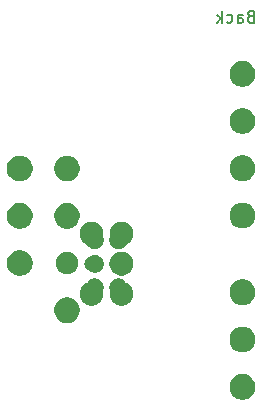
<source format=gbs>
G04 #@! TF.GenerationSoftware,KiCad,Pcbnew,(5.1.5-0-10_14)*
G04 #@! TF.CreationDate,2020-11-03T15:19:22-05:00*
G04 #@! TF.ProjectId,FC_Rear_Port_2P,46435f52-6561-4725-9f50-6f72745f3250,rev?*
G04 #@! TF.SameCoordinates,Original*
G04 #@! TF.FileFunction,Soldermask,Bot*
G04 #@! TF.FilePolarity,Negative*
%FSLAX46Y46*%
G04 Gerber Fmt 4.6, Leading zero omitted, Abs format (unit mm)*
G04 Created by KiCad (PCBNEW (5.1.5-0-10_14)) date 2020-11-03 15:19:22*
%MOMM*%
%LPD*%
G04 APERTURE LIST*
%ADD10C,0.150000*%
%ADD11C,0.100000*%
G04 APERTURE END LIST*
D10*
X167635085Y-75163371D02*
X167492228Y-75210990D01*
X167444609Y-75258609D01*
X167396990Y-75353847D01*
X167396990Y-75496704D01*
X167444609Y-75591942D01*
X167492228Y-75639561D01*
X167587466Y-75687180D01*
X167968419Y-75687180D01*
X167968419Y-74687180D01*
X167635085Y-74687180D01*
X167539847Y-74734800D01*
X167492228Y-74782419D01*
X167444609Y-74877657D01*
X167444609Y-74972895D01*
X167492228Y-75068133D01*
X167539847Y-75115752D01*
X167635085Y-75163371D01*
X167968419Y-75163371D01*
X166539847Y-75687180D02*
X166539847Y-75163371D01*
X166587466Y-75068133D01*
X166682704Y-75020514D01*
X166873180Y-75020514D01*
X166968419Y-75068133D01*
X166539847Y-75639561D02*
X166635085Y-75687180D01*
X166873180Y-75687180D01*
X166968419Y-75639561D01*
X167016038Y-75544323D01*
X167016038Y-75449085D01*
X166968419Y-75353847D01*
X166873180Y-75306228D01*
X166635085Y-75306228D01*
X166539847Y-75258609D01*
X165635085Y-75639561D02*
X165730323Y-75687180D01*
X165920800Y-75687180D01*
X166016038Y-75639561D01*
X166063657Y-75591942D01*
X166111276Y-75496704D01*
X166111276Y-75210990D01*
X166063657Y-75115752D01*
X166016038Y-75068133D01*
X165920800Y-75020514D01*
X165730323Y-75020514D01*
X165635085Y-75068133D01*
X165206514Y-75687180D02*
X165206514Y-74687180D01*
X165111276Y-75306228D02*
X164825561Y-75687180D01*
X164825561Y-75020514D02*
X165206514Y-75401466D01*
D11*
G36*
X167278318Y-105470648D02*
G01*
X167403555Y-105522523D01*
X167476920Y-105552912D01*
X167655657Y-105672340D01*
X167807660Y-105824343D01*
X167927088Y-106003080D01*
X168009352Y-106201683D01*
X168051290Y-106412517D01*
X168051290Y-106627483D01*
X168009352Y-106838317D01*
X167927088Y-107036920D01*
X167807660Y-107215657D01*
X167655657Y-107367660D01*
X167476920Y-107487088D01*
X167403555Y-107517477D01*
X167278318Y-107569352D01*
X167067485Y-107611290D01*
X166852515Y-107611290D01*
X166641682Y-107569352D01*
X166516445Y-107517477D01*
X166443080Y-107487088D01*
X166264343Y-107367660D01*
X166112340Y-107215657D01*
X165992912Y-107036920D01*
X165910648Y-106838317D01*
X165868710Y-106627483D01*
X165868710Y-106412517D01*
X165910648Y-106201683D01*
X165992912Y-106003080D01*
X166112340Y-105824343D01*
X166264343Y-105672340D01*
X166443080Y-105552912D01*
X166516445Y-105522523D01*
X166641682Y-105470648D01*
X166852515Y-105428710D01*
X167067485Y-105428710D01*
X167278318Y-105470648D01*
G37*
G36*
X167278318Y-101470648D02*
G01*
X167403555Y-101522523D01*
X167476920Y-101552912D01*
X167655657Y-101672340D01*
X167807660Y-101824343D01*
X167927088Y-102003080D01*
X168009352Y-102201683D01*
X168051290Y-102412517D01*
X168051290Y-102627483D01*
X168009352Y-102838317D01*
X167927088Y-103036920D01*
X167807660Y-103215657D01*
X167655657Y-103367660D01*
X167476920Y-103487088D01*
X167403555Y-103517477D01*
X167278318Y-103569352D01*
X167067485Y-103611290D01*
X166852515Y-103611290D01*
X166641682Y-103569352D01*
X166516445Y-103517477D01*
X166443080Y-103487088D01*
X166264343Y-103367660D01*
X166112340Y-103215657D01*
X165992912Y-103036920D01*
X165910648Y-102838317D01*
X165868710Y-102627483D01*
X165868710Y-102412517D01*
X165910648Y-102201683D01*
X165992912Y-102003080D01*
X166112340Y-101824343D01*
X166264343Y-101672340D01*
X166443080Y-101552912D01*
X166516445Y-101522523D01*
X166641682Y-101470648D01*
X166852515Y-101428710D01*
X167067485Y-101428710D01*
X167278318Y-101470648D01*
G37*
G36*
X152418318Y-98990648D02*
G01*
X152530020Y-99036917D01*
X152616920Y-99072912D01*
X152795657Y-99192340D01*
X152947660Y-99344343D01*
X153067088Y-99523080D01*
X153149352Y-99721683D01*
X153191290Y-99932517D01*
X153191290Y-100147483D01*
X153149352Y-100358317D01*
X153067088Y-100556920D01*
X152947660Y-100735657D01*
X152795657Y-100887660D01*
X152616920Y-101007088D01*
X152543555Y-101037477D01*
X152418318Y-101089352D01*
X152207485Y-101131290D01*
X151992515Y-101131290D01*
X151781682Y-101089352D01*
X151656445Y-101037477D01*
X151583080Y-101007088D01*
X151404343Y-100887660D01*
X151252340Y-100735657D01*
X151132912Y-100556920D01*
X151050648Y-100358317D01*
X151008710Y-100147483D01*
X151008710Y-99932517D01*
X151050648Y-99721683D01*
X151132912Y-99523080D01*
X151252340Y-99344343D01*
X151404343Y-99192340D01*
X151583080Y-99072912D01*
X151669980Y-99036917D01*
X151781682Y-98990648D01*
X151992515Y-98948710D01*
X152207485Y-98948710D01*
X152418318Y-98990648D01*
G37*
G36*
X156669144Y-97377582D02*
G01*
X156805867Y-97434215D01*
X156805869Y-97434216D01*
X156928919Y-97516435D01*
X157033565Y-97621081D01*
X157093413Y-97710651D01*
X157093572Y-97710845D01*
X157093766Y-97711004D01*
X157093989Y-97711122D01*
X157194289Y-97752668D01*
X157358285Y-97862247D01*
X157497753Y-98001715D01*
X157607332Y-98165711D01*
X157622232Y-98201683D01*
X157682811Y-98347934D01*
X157721290Y-98541379D01*
X157721290Y-98738621D01*
X157682811Y-98932066D01*
X157607332Y-99114289D01*
X157497753Y-99278285D01*
X157358285Y-99417753D01*
X157194289Y-99527332D01*
X157092843Y-99569352D01*
X157012066Y-99602811D01*
X156818621Y-99641290D01*
X156621379Y-99641290D01*
X156427934Y-99602811D01*
X156347157Y-99569352D01*
X156245711Y-99527332D01*
X156081715Y-99417753D01*
X155942247Y-99278285D01*
X155832668Y-99114289D01*
X155757189Y-98932066D01*
X155718710Y-98738621D01*
X155718710Y-98541379D01*
X155751376Y-98377153D01*
X155751401Y-98376903D01*
X155751376Y-98376653D01*
X155751303Y-98376413D01*
X155727582Y-98319144D01*
X155698710Y-98173998D01*
X155698710Y-98026002D01*
X155727582Y-97880856D01*
X155784215Y-97744133D01*
X155866435Y-97621081D01*
X155971081Y-97516435D01*
X156094131Y-97434216D01*
X156094133Y-97434215D01*
X156230856Y-97377582D01*
X156376002Y-97348710D01*
X156523998Y-97348710D01*
X156669144Y-97377582D01*
G37*
G36*
X154669144Y-97377582D02*
G01*
X154805867Y-97434215D01*
X154805869Y-97434216D01*
X154928919Y-97516435D01*
X155033565Y-97621081D01*
X155115785Y-97744133D01*
X155172418Y-97880856D01*
X155201290Y-98026002D01*
X155201290Y-98173998D01*
X155172418Y-98319144D01*
X155148697Y-98376413D01*
X155148624Y-98376653D01*
X155148599Y-98376903D01*
X155148624Y-98377153D01*
X155181290Y-98541379D01*
X155181290Y-98738621D01*
X155142811Y-98932066D01*
X155067332Y-99114289D01*
X154957753Y-99278285D01*
X154818285Y-99417753D01*
X154654289Y-99527332D01*
X154552843Y-99569352D01*
X154472066Y-99602811D01*
X154278621Y-99641290D01*
X154081379Y-99641290D01*
X153887934Y-99602811D01*
X153807157Y-99569352D01*
X153705711Y-99527332D01*
X153541715Y-99417753D01*
X153402247Y-99278285D01*
X153292668Y-99114289D01*
X153217189Y-98932066D01*
X153178710Y-98738621D01*
X153178710Y-98541379D01*
X153217189Y-98347934D01*
X153277768Y-98201683D01*
X153292668Y-98165711D01*
X153402247Y-98001715D01*
X153541715Y-97862247D01*
X153705711Y-97752668D01*
X153806011Y-97711122D01*
X153806234Y-97711004D01*
X153806428Y-97710845D01*
X153806587Y-97710651D01*
X153866435Y-97621081D01*
X153971081Y-97516435D01*
X154094131Y-97434216D01*
X154094133Y-97434215D01*
X154230856Y-97377582D01*
X154376002Y-97348710D01*
X154523998Y-97348710D01*
X154669144Y-97377582D01*
G37*
G36*
X167278318Y-97470648D02*
G01*
X167388857Y-97516435D01*
X167476920Y-97552912D01*
X167655657Y-97672340D01*
X167807660Y-97824343D01*
X167927088Y-98003080D01*
X167936583Y-98026004D01*
X168009352Y-98201682D01*
X168051290Y-98412515D01*
X168051290Y-98627485D01*
X168009352Y-98838318D01*
X167970520Y-98932066D01*
X167927088Y-99036920D01*
X167807660Y-99215657D01*
X167655657Y-99367660D01*
X167476920Y-99487088D01*
X167403555Y-99517477D01*
X167278318Y-99569352D01*
X167067485Y-99611290D01*
X166852515Y-99611290D01*
X166641682Y-99569352D01*
X166516445Y-99517477D01*
X166443080Y-99487088D01*
X166264343Y-99367660D01*
X166112340Y-99215657D01*
X165992912Y-99036920D01*
X165949480Y-98932066D01*
X165910648Y-98838318D01*
X165868710Y-98627485D01*
X165868710Y-98412515D01*
X165910648Y-98201682D01*
X165983417Y-98026004D01*
X165992912Y-98003080D01*
X166112340Y-97824343D01*
X166264343Y-97672340D01*
X166443080Y-97552912D01*
X166531143Y-97516435D01*
X166641682Y-97470648D01*
X166852515Y-97428710D01*
X167067485Y-97428710D01*
X167278318Y-97470648D01*
G37*
G36*
X148418318Y-94990648D02*
G01*
X148543555Y-95042523D01*
X148616920Y-95072912D01*
X148795657Y-95192340D01*
X148947660Y-95344343D01*
X149067088Y-95523080D01*
X149067089Y-95523083D01*
X149149352Y-95721682D01*
X149191290Y-95932515D01*
X149191290Y-96147485D01*
X149149352Y-96358318D01*
X149108945Y-96455869D01*
X149067088Y-96556920D01*
X148947660Y-96735657D01*
X148795657Y-96887660D01*
X148616920Y-97007088D01*
X148543555Y-97037477D01*
X148418318Y-97089352D01*
X148207485Y-97131290D01*
X147992515Y-97131290D01*
X147781682Y-97089352D01*
X147656445Y-97037477D01*
X147583080Y-97007088D01*
X147404343Y-96887660D01*
X147252340Y-96735657D01*
X147132912Y-96556920D01*
X147091055Y-96455869D01*
X147050648Y-96358318D01*
X147008710Y-96147485D01*
X147008710Y-95932515D01*
X147050648Y-95721682D01*
X147132911Y-95523083D01*
X147132912Y-95523080D01*
X147252340Y-95344343D01*
X147404343Y-95192340D01*
X147583080Y-95072912D01*
X147656445Y-95042523D01*
X147781682Y-94990648D01*
X147992515Y-94948710D01*
X148207485Y-94948710D01*
X148418318Y-94990648D01*
G37*
G36*
X157012066Y-95137189D02*
G01*
X157194289Y-95212668D01*
X157358285Y-95322247D01*
X157497753Y-95461715D01*
X157607332Y-95625711D01*
X157682811Y-95807934D01*
X157721290Y-96001379D01*
X157721290Y-96198621D01*
X157706019Y-96275391D01*
X157682811Y-96392066D01*
X157607332Y-96574289D01*
X157497753Y-96738285D01*
X157358285Y-96877753D01*
X157194289Y-96987332D01*
X157146591Y-97007089D01*
X157012066Y-97062811D01*
X156818621Y-97101290D01*
X156621379Y-97101290D01*
X156427934Y-97062811D01*
X156293409Y-97007089D01*
X156245711Y-96987332D01*
X156081715Y-96877753D01*
X155942247Y-96738285D01*
X155832668Y-96574289D01*
X155757189Y-96392066D01*
X155756660Y-96389408D01*
X155756587Y-96389168D01*
X155727582Y-96319144D01*
X155698710Y-96173998D01*
X155698710Y-96026002D01*
X155727582Y-95880856D01*
X155756587Y-95810832D01*
X155756660Y-95810592D01*
X155757189Y-95807934D01*
X155832668Y-95625711D01*
X155942247Y-95461715D01*
X156081715Y-95322247D01*
X156245711Y-95212668D01*
X156427934Y-95137189D01*
X156621379Y-95098710D01*
X156818621Y-95098710D01*
X157012066Y-95137189D01*
G37*
G36*
X152243968Y-95098710D02*
G01*
X152377481Y-95125267D01*
X152550605Y-95196978D01*
X152706412Y-95301085D01*
X152838915Y-95433588D01*
X152943022Y-95589395D01*
X153014733Y-95762519D01*
X153038271Y-95880856D01*
X153051290Y-95946304D01*
X153051290Y-96133696D01*
X153048547Y-96147485D01*
X153014733Y-96317481D01*
X152943022Y-96490605D01*
X152838915Y-96646412D01*
X152706412Y-96778915D01*
X152550605Y-96883022D01*
X152377481Y-96954733D01*
X152254679Y-96979159D01*
X152193696Y-96991290D01*
X152006304Y-96991290D01*
X151945321Y-96979159D01*
X151822519Y-96954733D01*
X151649395Y-96883022D01*
X151493588Y-96778915D01*
X151361085Y-96646412D01*
X151256978Y-96490605D01*
X151185267Y-96317481D01*
X151151453Y-96147485D01*
X151148710Y-96133696D01*
X151148710Y-95946304D01*
X151161729Y-95880856D01*
X151185267Y-95762519D01*
X151256978Y-95589395D01*
X151361085Y-95433588D01*
X151493588Y-95301085D01*
X151649395Y-95196978D01*
X151822519Y-95125267D01*
X151956032Y-95098710D01*
X152006304Y-95088710D01*
X152193696Y-95088710D01*
X152243968Y-95098710D01*
G37*
G36*
X154669144Y-95377582D02*
G01*
X154804353Y-95433588D01*
X154805869Y-95434216D01*
X154928919Y-95516435D01*
X155033565Y-95621081D01*
X155115785Y-95744133D01*
X155172418Y-95880856D01*
X155201290Y-96026002D01*
X155201290Y-96173998D01*
X155172418Y-96319144D01*
X155145215Y-96384817D01*
X155115784Y-96455869D01*
X155033565Y-96578919D01*
X154928919Y-96683565D01*
X154805869Y-96765784D01*
X154805868Y-96765785D01*
X154805867Y-96765785D01*
X154669144Y-96822418D01*
X154523998Y-96851290D01*
X154376002Y-96851290D01*
X154230856Y-96822418D01*
X154094133Y-96765785D01*
X154094132Y-96765785D01*
X154094131Y-96765784D01*
X153971081Y-96683565D01*
X153938365Y-96650849D01*
X153938171Y-96650690D01*
X153937949Y-96650572D01*
X153895184Y-96632858D01*
X153796700Y-96567053D01*
X153712947Y-96483300D01*
X153647142Y-96384816D01*
X153601817Y-96275391D01*
X153578710Y-96159224D01*
X153578710Y-96040776D01*
X153601817Y-95924609D01*
X153647142Y-95815184D01*
X153712947Y-95716700D01*
X153796700Y-95632947D01*
X153895184Y-95567142D01*
X153937949Y-95549428D01*
X153938171Y-95549310D01*
X153938365Y-95549151D01*
X153971081Y-95516435D01*
X154094131Y-95434216D01*
X154095647Y-95433588D01*
X154230856Y-95377582D01*
X154376002Y-95348710D01*
X154523998Y-95348710D01*
X154669144Y-95377582D01*
G37*
G36*
X154472066Y-92597189D02*
G01*
X154654289Y-92672668D01*
X154818285Y-92782247D01*
X154957753Y-92921715D01*
X155067332Y-93085711D01*
X155067333Y-93085714D01*
X155142811Y-93267934D01*
X155181290Y-93461379D01*
X155181290Y-93658621D01*
X155148624Y-93822847D01*
X155148599Y-93823097D01*
X155148624Y-93823347D01*
X155148697Y-93823587D01*
X155172418Y-93880856D01*
X155201290Y-94026002D01*
X155201290Y-94173998D01*
X155172418Y-94319144D01*
X155119320Y-94447332D01*
X155115784Y-94455869D01*
X155033565Y-94578919D01*
X154928919Y-94683565D01*
X154805869Y-94765784D01*
X154805868Y-94765785D01*
X154805867Y-94765785D01*
X154669144Y-94822418D01*
X154523998Y-94851290D01*
X154376002Y-94851290D01*
X154230856Y-94822418D01*
X154094133Y-94765785D01*
X154094132Y-94765785D01*
X154094131Y-94765784D01*
X153971081Y-94683565D01*
X153866435Y-94578919D01*
X153806584Y-94489346D01*
X153806428Y-94489155D01*
X153806234Y-94488996D01*
X153806012Y-94488878D01*
X153777479Y-94477059D01*
X153705711Y-94447332D01*
X153541715Y-94337753D01*
X153402247Y-94198285D01*
X153292668Y-94034289D01*
X153217189Y-93852066D01*
X153211377Y-93822847D01*
X153178710Y-93658621D01*
X153178710Y-93461379D01*
X153217189Y-93267934D01*
X153292667Y-93085714D01*
X153292668Y-93085711D01*
X153402247Y-92921715D01*
X153541715Y-92782247D01*
X153705711Y-92672668D01*
X153887934Y-92597189D01*
X154081379Y-92558710D01*
X154278621Y-92558710D01*
X154472066Y-92597189D01*
G37*
G36*
X157012066Y-92597189D02*
G01*
X157194289Y-92672668D01*
X157358285Y-92782247D01*
X157497753Y-92921715D01*
X157607332Y-93085711D01*
X157607333Y-93085714D01*
X157682811Y-93267934D01*
X157721290Y-93461379D01*
X157721290Y-93658621D01*
X157688623Y-93822847D01*
X157682811Y-93852066D01*
X157607332Y-94034289D01*
X157497753Y-94198285D01*
X157358285Y-94337753D01*
X157194289Y-94447332D01*
X157122521Y-94477059D01*
X157093988Y-94488878D01*
X157093766Y-94488996D01*
X157093572Y-94489155D01*
X157093416Y-94489346D01*
X157033565Y-94578919D01*
X156928919Y-94683565D01*
X156805869Y-94765784D01*
X156805868Y-94765785D01*
X156805867Y-94765785D01*
X156669144Y-94822418D01*
X156523998Y-94851290D01*
X156376002Y-94851290D01*
X156230856Y-94822418D01*
X156094133Y-94765785D01*
X156094132Y-94765785D01*
X156094131Y-94765784D01*
X155971081Y-94683565D01*
X155866435Y-94578919D01*
X155784216Y-94455869D01*
X155780680Y-94447332D01*
X155727582Y-94319144D01*
X155698710Y-94173998D01*
X155698710Y-94026002D01*
X155727582Y-93880856D01*
X155751303Y-93823587D01*
X155751376Y-93823347D01*
X155751401Y-93823097D01*
X155751376Y-93822847D01*
X155718710Y-93658621D01*
X155718710Y-93461379D01*
X155757189Y-93267934D01*
X155832667Y-93085714D01*
X155832668Y-93085711D01*
X155942247Y-92921715D01*
X156081715Y-92782247D01*
X156245711Y-92672668D01*
X156427934Y-92597189D01*
X156621379Y-92558710D01*
X156818621Y-92558710D01*
X157012066Y-92597189D01*
G37*
G36*
X148418318Y-90990648D02*
G01*
X148543555Y-91042523D01*
X148616920Y-91072912D01*
X148795657Y-91192340D01*
X148947660Y-91344343D01*
X149067088Y-91523080D01*
X149067089Y-91523083D01*
X149149352Y-91721682D01*
X149191290Y-91932515D01*
X149191290Y-92147485D01*
X149153330Y-92338318D01*
X149149352Y-92358317D01*
X149067088Y-92556920D01*
X148947660Y-92735657D01*
X148795657Y-92887660D01*
X148616920Y-93007088D01*
X148543555Y-93037477D01*
X148418318Y-93089352D01*
X148207485Y-93131290D01*
X147992515Y-93131290D01*
X147781682Y-93089352D01*
X147656445Y-93037477D01*
X147583080Y-93007088D01*
X147404343Y-92887660D01*
X147252340Y-92735657D01*
X147132912Y-92556920D01*
X147050648Y-92358317D01*
X147046670Y-92338318D01*
X147008710Y-92147485D01*
X147008710Y-91932515D01*
X147050648Y-91721682D01*
X147132911Y-91523083D01*
X147132912Y-91523080D01*
X147252340Y-91344343D01*
X147404343Y-91192340D01*
X147583080Y-91072912D01*
X147656445Y-91042523D01*
X147781682Y-90990648D01*
X147992515Y-90948710D01*
X148207485Y-90948710D01*
X148418318Y-90990648D01*
G37*
G36*
X152418318Y-90990648D02*
G01*
X152543555Y-91042523D01*
X152616920Y-91072912D01*
X152795657Y-91192340D01*
X152947660Y-91344343D01*
X153067088Y-91523080D01*
X153067089Y-91523083D01*
X153149352Y-91721682D01*
X153191290Y-91932515D01*
X153191290Y-92147485D01*
X153153330Y-92338318D01*
X153149352Y-92358317D01*
X153067088Y-92556920D01*
X152947660Y-92735657D01*
X152795657Y-92887660D01*
X152616920Y-93007088D01*
X152543555Y-93037477D01*
X152418318Y-93089352D01*
X152207485Y-93131290D01*
X151992515Y-93131290D01*
X151781682Y-93089352D01*
X151656445Y-93037477D01*
X151583080Y-93007088D01*
X151404343Y-92887660D01*
X151252340Y-92735657D01*
X151132912Y-92556920D01*
X151050648Y-92358317D01*
X151046670Y-92338318D01*
X151008710Y-92147485D01*
X151008710Y-91932515D01*
X151050648Y-91721682D01*
X151132911Y-91523083D01*
X151132912Y-91523080D01*
X151252340Y-91344343D01*
X151404343Y-91192340D01*
X151583080Y-91072912D01*
X151656445Y-91042523D01*
X151781682Y-90990648D01*
X151992515Y-90948710D01*
X152207485Y-90948710D01*
X152418318Y-90990648D01*
G37*
G36*
X167278318Y-90970648D02*
G01*
X167403555Y-91022523D01*
X167476920Y-91052912D01*
X167655657Y-91172340D01*
X167807660Y-91324343D01*
X167927088Y-91503080D01*
X167957477Y-91576445D01*
X168009352Y-91701682D01*
X168051290Y-91912515D01*
X168051290Y-92127485D01*
X168009352Y-92338318D01*
X167957477Y-92463555D01*
X167927088Y-92536920D01*
X167807660Y-92715657D01*
X167655657Y-92867660D01*
X167476920Y-92987088D01*
X167428633Y-93007089D01*
X167278318Y-93069352D01*
X167067485Y-93111290D01*
X166852515Y-93111290D01*
X166641682Y-93069352D01*
X166491367Y-93007089D01*
X166443080Y-92987088D01*
X166264343Y-92867660D01*
X166112340Y-92715657D01*
X165992912Y-92536920D01*
X165962523Y-92463555D01*
X165910648Y-92338318D01*
X165868710Y-92127485D01*
X165868710Y-91912515D01*
X165910648Y-91701682D01*
X165962523Y-91576445D01*
X165992912Y-91503080D01*
X166112340Y-91324343D01*
X166264343Y-91172340D01*
X166443080Y-91052912D01*
X166516445Y-91022523D01*
X166641682Y-90970648D01*
X166852515Y-90928710D01*
X167067485Y-90928710D01*
X167278318Y-90970648D01*
G37*
G36*
X148418318Y-86990648D02*
G01*
X148543555Y-87042523D01*
X148616920Y-87072912D01*
X148795657Y-87192340D01*
X148947660Y-87344343D01*
X149067088Y-87523080D01*
X149067089Y-87523083D01*
X149149352Y-87721682D01*
X149191290Y-87932515D01*
X149191290Y-88147485D01*
X149153330Y-88338318D01*
X149149352Y-88358317D01*
X149067088Y-88556920D01*
X148947660Y-88735657D01*
X148795657Y-88887660D01*
X148616920Y-89007088D01*
X148543555Y-89037477D01*
X148418318Y-89089352D01*
X148207485Y-89131290D01*
X147992515Y-89131290D01*
X147781682Y-89089352D01*
X147656445Y-89037477D01*
X147583080Y-89007088D01*
X147404343Y-88887660D01*
X147252340Y-88735657D01*
X147132912Y-88556920D01*
X147050648Y-88358317D01*
X147046670Y-88338318D01*
X147008710Y-88147485D01*
X147008710Y-87932515D01*
X147050648Y-87721682D01*
X147132911Y-87523083D01*
X147132912Y-87523080D01*
X147252340Y-87344343D01*
X147404343Y-87192340D01*
X147583080Y-87072912D01*
X147656445Y-87042523D01*
X147781682Y-86990648D01*
X147992515Y-86948710D01*
X148207485Y-86948710D01*
X148418318Y-86990648D01*
G37*
G36*
X152418318Y-86990648D02*
G01*
X152543555Y-87042523D01*
X152616920Y-87072912D01*
X152795657Y-87192340D01*
X152947660Y-87344343D01*
X153067088Y-87523080D01*
X153067089Y-87523083D01*
X153149352Y-87721682D01*
X153191290Y-87932515D01*
X153191290Y-88147485D01*
X153153330Y-88338318D01*
X153149352Y-88358317D01*
X153067088Y-88556920D01*
X152947660Y-88735657D01*
X152795657Y-88887660D01*
X152616920Y-89007088D01*
X152543555Y-89037477D01*
X152418318Y-89089352D01*
X152207485Y-89131290D01*
X151992515Y-89131290D01*
X151781682Y-89089352D01*
X151656445Y-89037477D01*
X151583080Y-89007088D01*
X151404343Y-88887660D01*
X151252340Y-88735657D01*
X151132912Y-88556920D01*
X151050648Y-88358317D01*
X151046670Y-88338318D01*
X151008710Y-88147485D01*
X151008710Y-87932515D01*
X151050648Y-87721682D01*
X151132911Y-87523083D01*
X151132912Y-87523080D01*
X151252340Y-87344343D01*
X151404343Y-87192340D01*
X151583080Y-87072912D01*
X151656445Y-87042523D01*
X151781682Y-86990648D01*
X151992515Y-86948710D01*
X152207485Y-86948710D01*
X152418318Y-86990648D01*
G37*
G36*
X167278318Y-86970648D02*
G01*
X167403555Y-87022523D01*
X167476920Y-87052912D01*
X167655657Y-87172340D01*
X167807660Y-87324343D01*
X167927088Y-87503080D01*
X167957477Y-87576445D01*
X168009352Y-87701682D01*
X168051290Y-87912515D01*
X168051290Y-88127485D01*
X168009352Y-88338318D01*
X167957477Y-88463555D01*
X167927088Y-88536920D01*
X167807660Y-88715657D01*
X167655657Y-88867660D01*
X167476920Y-88987088D01*
X167428633Y-89007089D01*
X167278318Y-89069352D01*
X167067485Y-89111290D01*
X166852515Y-89111290D01*
X166641682Y-89069352D01*
X166491367Y-89007089D01*
X166443080Y-88987088D01*
X166264343Y-88867660D01*
X166112340Y-88715657D01*
X165992912Y-88536920D01*
X165962523Y-88463555D01*
X165910648Y-88338318D01*
X165868710Y-88127485D01*
X165868710Y-87912515D01*
X165910648Y-87701682D01*
X165962523Y-87576445D01*
X165992912Y-87503080D01*
X166112340Y-87324343D01*
X166264343Y-87172340D01*
X166443080Y-87052912D01*
X166516445Y-87022523D01*
X166641682Y-86970648D01*
X166852515Y-86928710D01*
X167067485Y-86928710D01*
X167278318Y-86970648D01*
G37*
G36*
X167278318Y-82970648D02*
G01*
X167403555Y-83022523D01*
X167476920Y-83052912D01*
X167655657Y-83172340D01*
X167807660Y-83324343D01*
X167927088Y-83503080D01*
X168009352Y-83701683D01*
X168051290Y-83912517D01*
X168051290Y-84127483D01*
X168009352Y-84338317D01*
X167927088Y-84536920D01*
X167807660Y-84715657D01*
X167655657Y-84867660D01*
X167476920Y-84987088D01*
X167403555Y-85017477D01*
X167278318Y-85069352D01*
X167067485Y-85111290D01*
X166852515Y-85111290D01*
X166641682Y-85069352D01*
X166516445Y-85017477D01*
X166443080Y-84987088D01*
X166264343Y-84867660D01*
X166112340Y-84715657D01*
X165992912Y-84536920D01*
X165910648Y-84338317D01*
X165868710Y-84127483D01*
X165868710Y-83912517D01*
X165910648Y-83701683D01*
X165992912Y-83503080D01*
X166112340Y-83324343D01*
X166264343Y-83172340D01*
X166443080Y-83052912D01*
X166516445Y-83022523D01*
X166641682Y-82970648D01*
X166852515Y-82928710D01*
X167067485Y-82928710D01*
X167278318Y-82970648D01*
G37*
G36*
X167278318Y-78970648D02*
G01*
X167403555Y-79022523D01*
X167476920Y-79052912D01*
X167655657Y-79172340D01*
X167807660Y-79324343D01*
X167927088Y-79503080D01*
X168009352Y-79701683D01*
X168051290Y-79912517D01*
X168051290Y-80127483D01*
X168009352Y-80338317D01*
X167927088Y-80536920D01*
X167807660Y-80715657D01*
X167655657Y-80867660D01*
X167476920Y-80987088D01*
X167403555Y-81017477D01*
X167278318Y-81069352D01*
X167067485Y-81111290D01*
X166852515Y-81111290D01*
X166641682Y-81069352D01*
X166516445Y-81017477D01*
X166443080Y-80987088D01*
X166264343Y-80867660D01*
X166112340Y-80715657D01*
X165992912Y-80536920D01*
X165910648Y-80338317D01*
X165868710Y-80127483D01*
X165868710Y-79912517D01*
X165910648Y-79701683D01*
X165992912Y-79503080D01*
X166112340Y-79324343D01*
X166264343Y-79172340D01*
X166443080Y-79052912D01*
X166516445Y-79022523D01*
X166641682Y-78970648D01*
X166852515Y-78928710D01*
X167067485Y-78928710D01*
X167278318Y-78970648D01*
G37*
M02*

</source>
